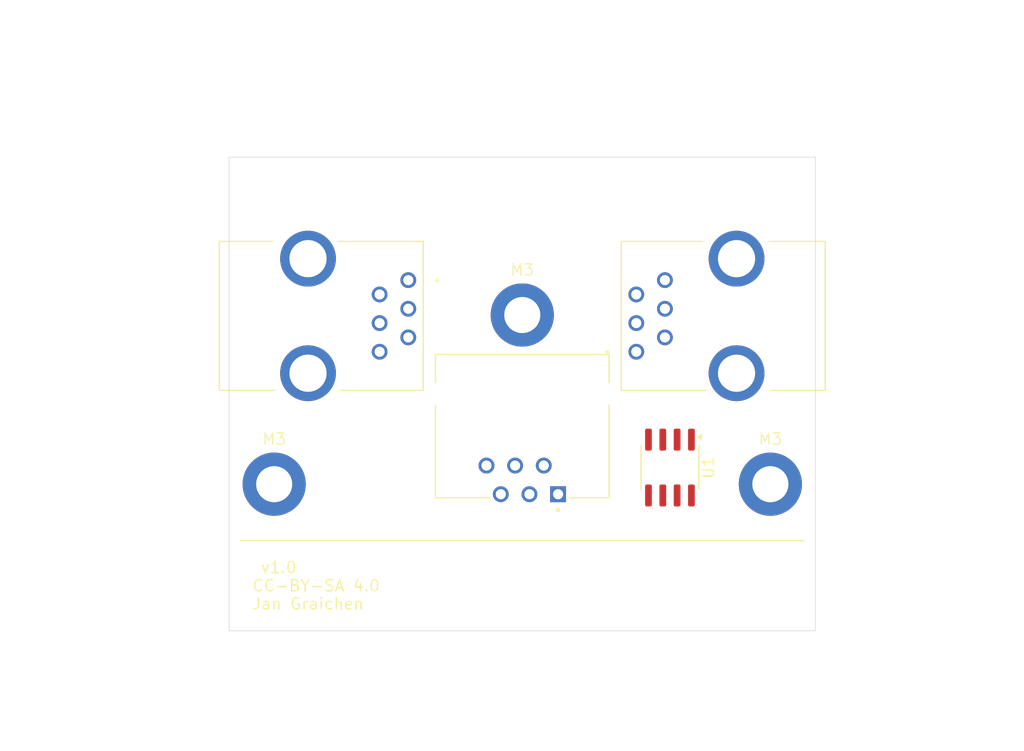
<source format=kicad_pcb>
(kicad_pcb (version 20240108) (generator "pcbnew") (generator_version "8.0")
  (title_block (title "Loconet 3-way switch") (date "2024-04-09") (rev "1.0") (company "Jan Graichen") (comment 1 "CC-BY-SA 4.0"))
  (layers (0 "F.Cu" signal) (31 "B.Cu" signal) (34 "B.Paste" user) (35 "F.Paste" user) (36 "B.SilkS" user "B.Silkscreen") (37 "F.SilkS" user "F.Silkscreen") (38 "B.Mask" user) (39 "F.Mask" user) (44 "Edge.Cuts" user))
  (net 0 "")
  (net 1 "Net-(D2-A)")
  (net 2 "GND")
  (net 3 "Net-(D1-A)")
  (net 4 "Net-(U1-TR)")
  (net 5 "Net-(U1-DIS)")
  (net 6 "Net-(J1-Pad3)")
  (net 7 "Net-(U1-Q)")
  (net 8 "VCC")
  (net 9 "Net-(U1-CV)")
  (footprint "Snapeda:CUI_CRJ025-1-TH" (layer "F.Cu") (at 164 100 180)
    (property "Reference" "J2" (hide yes))
    (property "Value" "6P6C")
    (fp_line (start 7.7 3.5) (end 7.7 1) (stroke (width 0.127)) (layer "F.SilkS"))
    (fp_line (start 7.7 3.5) (end -7.7 3.5) (stroke (width 0.127)) (layer "F.SilkS"))
    (fp_line (start 7.7 -1) (end 7.7 -9.2) (stroke (width 0.127)) (layer "F.SilkS"))
    (fp_line (start 2.93 -9.2) (end 7.7 -9.2) (stroke (width 0.127)) (layer "F.SilkS"))
    (fp_line (start -7.7 3.5) (end -7.7 1) (stroke (width 0.127)) (layer "F.SilkS"))
    (fp_line (start -7.7 -1) (end -7.7 -9.2) (stroke (width 0.127)) (layer "F.SilkS"))
    (fp_line (start -7.7 -9.2) (end -4.21 -9.2) (stroke (width 0.127)) (layer "F.SilkS"))
    (fp_circle (center -3.175 -10.29) (end -3.075 -10.29) (stroke (width 0.2)) (fill none) (layer "F.SilkS"))
    (pad "" np_thru_hole circle (at -5.715 0 180) (size 3.25 3.25) (drill 3.25) (layers "*.Cu" "*.Mask"))
    (pad "" np_thru_hole circle (at 5.715 0 180) (size 3.25 3.25) (drill 3.25) (layers "*.Cu" "*.Mask"))
    (pad "1" thru_hole rect (at -3.175 -8.89 180) (size 1.408 1.408) (drill 0.9) (layers "*.Cu" "*.Mask") (net 3 "Net-(D1-A)"))
    (pad "2" thru_hole circle (at -1.905 -6.35 180) (size 1.408 1.408) (drill 0.9) (layers "*.Cu" "*.Mask") (net 2 "GND"))
    (pad "3" thru_hole circle (at -0.635 -8.89 180) (size 1.408 1.408) (drill 0.9) (layers "*.Cu" "*.Mask") (net 6 "Net-(J1-Pad3)"))
    (pad "4" thru_hole circle (at 0.635 -6.35 180) (size 1.408 1.408) (drill 0.9) (layers "*.Cu" "*.Mask") (net 6 "Net-(J1-Pad3)"))
    (pad "5" thru_hole circle (at 1.905 -8.89 180) (size 1.408 1.408) (drill 0.9) (layers "*.Cu" "*.Mask") (net 2 "GND"))
    (pad "6" thru_hole circle (at 3.175 -6.35 180) (size 1.408 1.408) (drill 0.9) (layers "*.Cu" "*.Mask") (net 1 "Net-(D2-A)"))
  )
  (footprint "Samacsys:955012611" (layer "F.Cu") (at 153.89 89.905 -90)
    (property "Reference" "J1" (hide yes))
    (property "Value" "6P6C" (hide yes))
    (fp_line (start -3.43 16.77) (end 9.78 16.77) (stroke (width 0.1)) (layer "F.SilkS"))
    (fp_line (start 9.78 16.77) (end 9.78 16.77) (stroke (width 0.1)) (layer "F.SilkS"))
    (fp_line (start 9.78 16.77) (end 9.78 16.75) (stroke (width 0.1)) (layer "F.SilkS"))
    (fp_line (start 9.78 16.77) (end 9.78 11.75) (stroke (width 0.1)) (layer "F.SilkS"))
    (fp_line (start -3.43 16.75) (end -3.43 16.77) (stroke (width 0.1)) (layer "F.SilkS"))
    (fp_line (start -3.43 16.75) (end -3.43 16.75) (stroke (width 0.1)) (layer "F.SilkS"))
    (fp_line (start -3.43 16.75) (end -3.43 12) (stroke (width 0.1)) (layer "F.SilkS"))
    (fp_line (start 9.78 16.75) (end -3.43 16.75) (stroke (width 0.1)) (layer "F.SilkS"))
    (fp_line (start -3.43 12) (end -3.43 16.75) (stroke (width 0.1)) (layer "F.SilkS"))
    (fp_line (start -3.43 12) (end -3.43 12) (stroke (width 0.1)) (layer "F.SilkS"))
    (fp_line (start 9.78 11.75) (end 9.78 16.77) (stroke (width 0.1)) (layer "F.SilkS"))
    (fp_line (start 9.78 11.75) (end 9.78 11.75) (stroke (width 0.1)) (layer "F.SilkS"))
    (fp_line (start -3.43 6.25) (end -3.43 6.25) (stroke (width 0.1)) (layer "F.SilkS"))
    (fp_line (start -3.43 6.25) (end -3.43 -1.33) (stroke (width 0.1)) (layer "F.SilkS"))
    (fp_line (start 9.78 6) (end 9.78 6) (stroke (width 0.1)) (layer "F.SilkS"))
    (fp_line (start 9.78 6) (end 9.78 -1.33) (stroke (width 0.1)) (layer "F.SilkS"))
    (fp_line (start -3.43 -1.33) (end -3.43 6.25) (stroke (width 0.1)) (layer "F.SilkS"))
    (fp_line (start -3.43 -1.33) (end -3.43 -1.33) (stroke (width 0.1)) (layer "F.SilkS"))
    (fp_line (start -3.43 -1.33) (end -3.43 -1.33) (stroke (width 0.1)) (layer "F.SilkS"))
    (fp_line (start -3.43 -1.33) (end 9.78 -1.33) (stroke (width 0.1)) (layer "F.SilkS"))
    (fp_line (start 9.78 -1.33) (end 9.78 6) (stroke (width 0.1)) (layer "F.SilkS"))
    (fp_line (start 9.78 -1.33) (end -3.43 -1.33) (stroke (width 0.1)) (layer "F.SilkS"))
    (fp_line (start 9.78 -1.33) (end 9.78 -1.33) (stroke (width 0.1)) (layer "F.SilkS"))
    (fp_line (start 9.78 -1.33) (end 9.78 -1.33) (stroke (width 0.1)) (layer "F.SilkS"))
    (fp_line (start 0 -2.5) (end 0 -2.5) (stroke (width 0.2)) (layer "F.SilkS"))
    (fp_line (start 0 -2.5) (end 0 -2.5) (stroke (width 0.2)) (layer "F.SilkS"))
    (fp_line (start 0 -2.6) (end 0 -2.6) (stroke (width 0.2)) (layer "F.SilkS"))
    (fp_arc (start 0 -2.5) (mid -0.05 -2.55) (end 0 -2.6) (stroke (width 0.2)) (layer "F.SilkS"))
    (fp_arc (start 0 -2.6) (mid 0.05 -2.55) (end 0 -2.5) (stroke (width 0.2)) (layer "F.SilkS"))
    (fp_arc (start 0 -2.6) (mid 0.05 -2.55) (end 0 -2.5) (stroke (width 0.2)) (layer "F.SilkS"))
    (pad "1" thru_hole circle (at 0 0 270) (size 1.4 1.4) (drill 0.9) (layers "*.Cu" "*.Mask") (net 3 "Net-(D1-A)"))
    (pad "2" thru_hole circle (at 1.27 2.54 270) (size 1.4 1.4) (drill 0.9) (layers "*.Cu" "*.Mask") (net 2 "GND"))
    (pad "3" thru_hole circle (at 2.54 0 270) (size 1.4 1.4) (drill 0.9) (layers "*.Cu" "*.Mask") (net 6 "Net-(J1-Pad3)"))
    (pad "4" thru_hole circle (at 3.81 2.54 270) (size 1.4 1.4) (drill 0.9) (layers "*.Cu" "*.Mask") (net 6 "Net-(J1-Pad3)"))
    (pad "5" thru_hole circle (at 5.08 0 270) (size 1.4 1.4) (drill 0.9) (layers "*.Cu" "*.Mask") (net 2 "GND"))
    (pad "6" thru_hole circle (at 6.35 2.54 270) (size 1.4 1.4) (drill 0.9) (layers "*.Cu" "*.Mask") (net 1 "Net-(D2-A)"))
    (pad "MH1" thru_hole circle (at -1.905 8.89 270) (size 4.95 4.95) (drill 3.3) (layers "*.Cu" "*.Mask"))
    (pad "MH2" thru_hole circle (at 8.255 8.89 270) (size 4.95 4.95) (drill 3.3) (layers "*.Cu" "*.Mask"))
  )
  (footprint "MountingHole:MountingHole_3.2mm_M3_DIN965_Pad" (layer "F.Cu") (at 164 93)
    (property "Reference" "REF**" (hide yes))
    (property "Value" "MountingHole_3.2mm_M3_DIN965_Pad" (hide yes))
    (pad "1" thru_hole circle (at 0 0) (size 5.6 5.6) (drill 3.2) (layers "*.Cu" "*.Mask"))
  )
  (footprint "MountingHole:MountingHole_3.2mm_M3_DIN965_Pad" (layer "F.Cu") (at 142 108)
    (property "Reference" "REF**" (hide yes))
    (property "Value" "MountingHole_3.2mm_M3_DIN965_Pad" (hide yes))
    (pad "1" thru_hole circle (at 0 0) (size 5.6 5.6) (drill 3.2) (layers "*.Cu" "*.Mask"))
  )
  (footprint "Package_SO:SOIC-8_3.9x4.9mm_P1.27mm" (layer "F.Cu") (at 177.095 106.525 -90)
    (property "Reference" "U1" (at 0 -3.4 90) (layer "F.SilkS"))
    (property "Value" "NE555D")
    (fp_line (start 0 2.56) (end -1.95 2.56) (stroke (width 0.12)) (layer "F.SilkS"))
    (fp_line (start 0 2.56) (end 1.95 2.56) (stroke (width 0.12)) (layer "F.SilkS"))
    (fp_line (start 0 -2.56) (end -1.95 -2.56) (stroke (width 0.12)) (layer "F.SilkS"))
    (fp_line (start 0 -2.56) (end 1.95 -2.56) (stroke (width 0.12)) (layer "F.SilkS"))
    (fp_poly (pts (xy -2.7 -2.465) (xy -2.94 -2.795) (xy -2.46 -2.795) (xy -2.7 -2.465)) (stroke (width 0.12)) (fill solid) (layer "F.SilkS"))
    (pad "1" smd roundrect (at -2.475 -1.905 270) (size 1.95 0.6) (layers "F.Cu" "F.Paste" "F.Mask") (net 2 "GND"))
    (pad "2" smd roundrect (at -2.475 -0.635 270) (size 1.95 0.6) (layers "F.Cu" "F.Paste" "F.Mask") (net 4 "Net-(U1-TR)"))
    (pad "3" smd roundrect (at -2.475 0.635 270) (size 1.95 0.6) (layers "F.Cu" "F.Paste" "F.Mask") (net 7 "Net-(U1-Q)"))
    (pad "4" smd roundrect (at -2.475 1.905 270) (size 1.95 0.6) (layers "F.Cu" "F.Paste" "F.Mask") (net 8 "VCC"))
    (pad "5" smd roundrect (at 2.475 1.905 270) (size 1.95 0.6) (layers "F.Cu" "F.Paste" "F.Mask") (net 9 "Net-(U1-CV)"))
    (pad "6" smd roundrect (at 2.475 0.635 270) (size 1.95 0.6) (layers "F.Cu" "F.Paste" "F.Mask") (net 5 "Net-(U1-DIS)"))
    (pad "7" smd roundrect (at 2.475 -0.635 270) (size 1.95 0.6) (layers "F.Cu" "F.Paste" "F.Mask") (net 5 "Net-(U1-DIS)"))
    (pad "8" smd roundrect (at 2.475 -1.905 270) (size 1.95 0.6) (layers "F.Cu" "F.Paste" "F.Mask") (net 8 "VCC"))
  )
  (footprint "MountingHole:MountingHole_3.2mm_M3_DIN965_Pad" (layer "F.Cu") (at 186 108)
    (property "Reference" "REF**" (hide yes))
    (property "Value" "MountingHole_3.2mm_M3_DIN965_Pad" (hide yes))
    (pad "1" thru_hole circle (at 0 0) (size 5.6 5.6) (drill 3.2) (layers "*.Cu" "*.Mask"))
  )
  (footprint "Samacsys:955012611" (layer "F.Cu") (at 174.11 96.255 90)
    (property "Reference" "J3" (hide yes))
    (property "Value" "6P6C" (hide yes))
    (fp_line (start 0 -2.6) (end 0 -2.6) (stroke (width 0.2)) (layer "F.SilkS"))
    (fp_line (start 0 -2.5) (end 0 -2.5) (stroke (width 0.2)) (layer "F.SilkS"))
    (fp_line (start 0 -2.5) (end 0 -2.5) (stroke (width 0.2)) (layer "F.SilkS"))
    (fp_line (start 9.78 -1.33) (end 9.78 -1.33) (stroke (width 0.1)) (layer "F.SilkS"))
    (fp_line (start 9.78 -1.33) (end 9.78 -1.33) (stroke (width 0.1)) (layer "F.SilkS"))
    (fp_line (start 9.78 -1.33) (end -3.43 -1.33) (stroke (width 0.1)) (layer "F.SilkS"))
    (fp_line (start 9.78 -1.33) (end 9.78 6) (stroke (width 0.1)) (layer "F.SilkS"))
    (fp_line (start -3.43 -1.33) (end 9.78 -1.33) (stroke (width 0.1)) (layer "F.SilkS"))
    (fp_line (start -3.43 -1.33) (end -3.43 -1.33) (stroke (width 0.1)) (layer "F.SilkS"))
    (fp_line (start -3.43 -1.33) (end -3.43 -1.33) (stroke (width 0.1)) (layer "F.SilkS"))
    (fp_line (start -3.43 -1.33) (end -3.43 6.25) (stroke (width 0.1)) (layer "F.SilkS"))
    (fp_line (start 9.78 6) (end 9.78 -1.33) (stroke (width 0.1)) (layer "F.SilkS"))
    (fp_line (start 9.78 6) (end 9.78 6) (stroke (width 0.1)) (layer "F.SilkS"))
    (fp_line (start -3.43 6.25) (end -3.43 -1.33) (stroke (width 0.1)) (layer "F.SilkS"))
    (fp_line (start -3.43 6.25) (end -3.43 6.25) (stroke (width 0.1)) (layer "F.SilkS"))
    (fp_line (start 9.78 11.75) (end 9.78 11.75) (stroke (width 0.1)) (layer "F.SilkS"))
    (fp_line (start 9.78 11.75) (end 9.78 16.77) (stroke (width 0.1)) (layer "F.SilkS"))
    (fp_line (start -3.43 12) (end -3.43 12) (stroke (width 0.1)) (layer "F.SilkS"))
    (fp_line (start -3.43 12) (end -3.43 16.75) (stroke (width 0.1)) (layer "F.SilkS"))
    (fp_line (start 9.78 16.75) (end -3.43 16.75) (stroke (width 0.1)) (layer "F.SilkS"))
    (fp_line (start -3.43 16.75) (end -3.43 12) (stroke (width 0.1)) (layer "F.SilkS"))
    (fp_line (start -3.43 16.75) (end -3.43 16.75) (stroke (width 0.1)) (layer "F.SilkS"))
    (fp_line (start -3.43 16.75) (end -3.43 16.77) (stroke (width 0.1)) (layer "F.SilkS"))
    (fp_line (start 9.78 16.77) (end 9.78 11.75) (stroke (width 0.1)) (layer "F.SilkS"))
    (fp_line (start 9.78 16.77) (end 9.78 16.75) (stroke (width 0.1)) (layer "F.SilkS"))
    (fp_line (start 9.78 16.77) (end 9.78 16.77) (stroke (width 0.1)) (layer "F.SilkS"))
    (fp_line (start -3.43 16.77) (end 9.78 16.77) (stroke (width 0.1)) (layer "F.SilkS"))
    (fp_arc (start 0 -2.6) (mid 0.05 -2.55) (end 0 -2.5) (stroke (width 0.2)) (layer "F.SilkS"))
    (fp_arc (start 0 -2.6) (mid 0.05 -2.55) (end 0 -2.5) (stroke (width 0.2)) (layer "F.SilkS"))
    (fp_arc (start 0 -2.5) (mid -0.05 -2.55) (end 0 -2.6) (stroke (width 0.2)) (layer "F.SilkS"))
    (pad "1" thru_hole circle (at 0 0 90) (size 1.4 1.4) (drill 0.9) (layers "*.Cu" "*.Mask") (net 3 "Net-(D1-A)"))
    (pad "2" thru_hole circle (at 1.27 2.54 90) (size 1.4 1.4) (drill 0.9) (layers "*.Cu" "*.Mask") (net 2 "GND"))
    (pad "3" thru_hole circle (at 2.54 0 90) (size 1.4 1.4) (drill 0.9) (layers "*.Cu" "*.Mask") (net 6 "Net-(J1-Pad3)"))
    (pad "4" thru_hole circle (at 3.81 2.54 90) (size 1.4 1.4) (drill 0.9) (layers "*.Cu" "*.Mask") (net 6 "Net-(J1-Pad3)"))
    (pad "5" thru_hole circle (at 5.08 0 90) (size 1.4 1.4) (drill 0.9) (layers "*.Cu" "*.Mask") (net 2 "GND"))
    (pad "6" thru_hole circle (at 6.35 2.54 90) (size 1.4 1.4) (drill 0.9) (layers "*.Cu" "*.Mask") (net 1 "Net-(D2-A)"))
    (pad "MH1" thru_hole circle (at -1.905 8.89 90) (size 4.95 4.95) (drill 3.3) (layers "*.Cu" "*.Mask"))
    (pad "MH2" thru_hole circle (at 8.255 8.89 90) (size 4.95 4.95) (drill 3.3) (layers "*.Cu" "*.Mask"))
  )
  (gr_line (start 189 113) (end 139 113) (stroke (width 0.1)) (layer "F.SilkS"))
  (gr_rect (start 138 79) (end 190 121) (stroke (width 0.05)) (fill none) (layer "Edge.Cuts"))
  (gr_text "M3" (at 142 104 0) (layer "F.SilkS") (effects (font (size 1 1) (thickness 0.1))))
  (gr_text "M3" (at 164 89 0) (layer "F.SilkS") (effects (font (size 1 1) (thickness 0.1))))
  (gr_text "${PROJECTNAME} v${REVISION}\n${COMMENT1}\n${COMPANY}" (at 140 117 0) (layer "F.SilkS") (effects (font (size 1 1) (thickness 0.125)) (justify left)))
  (gr_text "M3" (at 186 104 0) (layer "F.SilkS") (effects (font (size 1 1) (thickness 0.1))))
)
</source>
